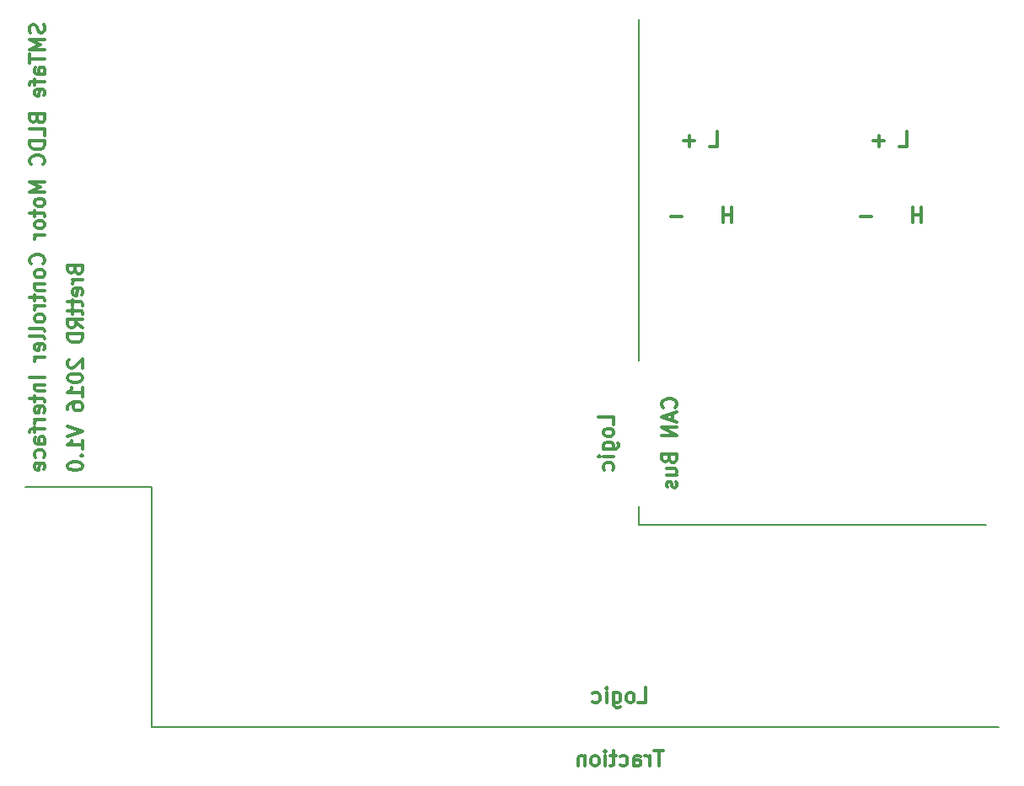
<source format=gbr>
G04 #@! TF.FileFunction,Legend,Bot*
%FSLAX46Y46*%
G04 Gerber Fmt 4.6, Leading zero omitted, Abs format (unit mm)*
G04 Created by KiCad (PCBNEW 4.0.3+e1-6302~38~ubuntu15.10.1-stable) date Thu Nov 17 04:51:28 2016*
%MOMM*%
%LPD*%
G01*
G04 APERTURE LIST*
%ADD10C,0.200000*%
%ADD11C,0.300000*%
G04 APERTURE END LIST*
D10*
D11*
X108527143Y-135893571D02*
X107670000Y-135893571D01*
X108098571Y-137393571D02*
X108098571Y-135893571D01*
X107170000Y-137393571D02*
X107170000Y-136393571D01*
X107170000Y-136679286D02*
X107098572Y-136536429D01*
X107027143Y-136465000D01*
X106884286Y-136393571D01*
X106741429Y-136393571D01*
X105598572Y-137393571D02*
X105598572Y-136607857D01*
X105670001Y-136465000D01*
X105812858Y-136393571D01*
X106098572Y-136393571D01*
X106241429Y-136465000D01*
X105598572Y-137322143D02*
X105741429Y-137393571D01*
X106098572Y-137393571D01*
X106241429Y-137322143D01*
X106312858Y-137179286D01*
X106312858Y-137036429D01*
X106241429Y-136893571D01*
X106098572Y-136822143D01*
X105741429Y-136822143D01*
X105598572Y-136750714D01*
X104241429Y-137322143D02*
X104384286Y-137393571D01*
X104670000Y-137393571D01*
X104812858Y-137322143D01*
X104884286Y-137250714D01*
X104955715Y-137107857D01*
X104955715Y-136679286D01*
X104884286Y-136536429D01*
X104812858Y-136465000D01*
X104670000Y-136393571D01*
X104384286Y-136393571D01*
X104241429Y-136465000D01*
X103812858Y-136393571D02*
X103241429Y-136393571D01*
X103598572Y-135893571D02*
X103598572Y-137179286D01*
X103527144Y-137322143D01*
X103384286Y-137393571D01*
X103241429Y-137393571D01*
X102741429Y-137393571D02*
X102741429Y-136393571D01*
X102741429Y-135893571D02*
X102812858Y-135965000D01*
X102741429Y-136036429D01*
X102670001Y-135965000D01*
X102741429Y-135893571D01*
X102741429Y-136036429D01*
X101812857Y-137393571D02*
X101955715Y-137322143D01*
X102027143Y-137250714D01*
X102098572Y-137107857D01*
X102098572Y-136679286D01*
X102027143Y-136536429D01*
X101955715Y-136465000D01*
X101812857Y-136393571D01*
X101598572Y-136393571D01*
X101455715Y-136465000D01*
X101384286Y-136536429D01*
X101312857Y-136679286D01*
X101312857Y-137107857D01*
X101384286Y-137250714D01*
X101455715Y-137322143D01*
X101598572Y-137393571D01*
X101812857Y-137393571D01*
X100670000Y-136393571D02*
X100670000Y-137393571D01*
X100670000Y-136536429D02*
X100598572Y-136465000D01*
X100455714Y-136393571D01*
X100241429Y-136393571D01*
X100098572Y-136465000D01*
X100027143Y-136607857D01*
X100027143Y-137393571D01*
X106062857Y-131043571D02*
X106777143Y-131043571D01*
X106777143Y-129543571D01*
X105348571Y-131043571D02*
X105491429Y-130972143D01*
X105562857Y-130900714D01*
X105634286Y-130757857D01*
X105634286Y-130329286D01*
X105562857Y-130186429D01*
X105491429Y-130115000D01*
X105348571Y-130043571D01*
X105134286Y-130043571D01*
X104991429Y-130115000D01*
X104920000Y-130186429D01*
X104848571Y-130329286D01*
X104848571Y-130757857D01*
X104920000Y-130900714D01*
X104991429Y-130972143D01*
X105134286Y-131043571D01*
X105348571Y-131043571D01*
X103562857Y-130043571D02*
X103562857Y-131257857D01*
X103634286Y-131400714D01*
X103705714Y-131472143D01*
X103848571Y-131543571D01*
X104062857Y-131543571D01*
X104205714Y-131472143D01*
X103562857Y-130972143D02*
X103705714Y-131043571D01*
X103991428Y-131043571D01*
X104134286Y-130972143D01*
X104205714Y-130900714D01*
X104277143Y-130757857D01*
X104277143Y-130329286D01*
X104205714Y-130186429D01*
X104134286Y-130115000D01*
X103991428Y-130043571D01*
X103705714Y-130043571D01*
X103562857Y-130115000D01*
X102848571Y-131043571D02*
X102848571Y-130043571D01*
X102848571Y-129543571D02*
X102920000Y-129615000D01*
X102848571Y-129686429D01*
X102777143Y-129615000D01*
X102848571Y-129543571D01*
X102848571Y-129686429D01*
X101491428Y-130972143D02*
X101634285Y-131043571D01*
X101919999Y-131043571D01*
X102062857Y-130972143D01*
X102134285Y-130900714D01*
X102205714Y-130757857D01*
X102205714Y-130329286D01*
X102134285Y-130186429D01*
X102062857Y-130115000D01*
X101919999Y-130043571D01*
X101634285Y-130043571D01*
X101491428Y-130115000D01*
X103578571Y-103072143D02*
X103578571Y-102357857D01*
X102078571Y-102357857D01*
X103578571Y-103786429D02*
X103507143Y-103643571D01*
X103435714Y-103572143D01*
X103292857Y-103500714D01*
X102864286Y-103500714D01*
X102721429Y-103572143D01*
X102650000Y-103643571D01*
X102578571Y-103786429D01*
X102578571Y-104000714D01*
X102650000Y-104143571D01*
X102721429Y-104215000D01*
X102864286Y-104286429D01*
X103292857Y-104286429D01*
X103435714Y-104215000D01*
X103507143Y-104143571D01*
X103578571Y-104000714D01*
X103578571Y-103786429D01*
X102578571Y-105572143D02*
X103792857Y-105572143D01*
X103935714Y-105500714D01*
X104007143Y-105429286D01*
X104078571Y-105286429D01*
X104078571Y-105072143D01*
X104007143Y-104929286D01*
X103507143Y-105572143D02*
X103578571Y-105429286D01*
X103578571Y-105143572D01*
X103507143Y-105000714D01*
X103435714Y-104929286D01*
X103292857Y-104857857D01*
X102864286Y-104857857D01*
X102721429Y-104929286D01*
X102650000Y-105000714D01*
X102578571Y-105143572D01*
X102578571Y-105429286D01*
X102650000Y-105572143D01*
X103578571Y-106286429D02*
X102578571Y-106286429D01*
X102078571Y-106286429D02*
X102150000Y-106215000D01*
X102221429Y-106286429D01*
X102150000Y-106357857D01*
X102078571Y-106286429D01*
X102221429Y-106286429D01*
X103507143Y-107643572D02*
X103578571Y-107500715D01*
X103578571Y-107215001D01*
X103507143Y-107072143D01*
X103435714Y-107000715D01*
X103292857Y-106929286D01*
X102864286Y-106929286D01*
X102721429Y-107000715D01*
X102650000Y-107072143D01*
X102578571Y-107215001D01*
X102578571Y-107500715D01*
X102650000Y-107643572D01*
X109785714Y-101393572D02*
X109857143Y-101322143D01*
X109928571Y-101107857D01*
X109928571Y-100965000D01*
X109857143Y-100750715D01*
X109714286Y-100607857D01*
X109571429Y-100536429D01*
X109285714Y-100465000D01*
X109071429Y-100465000D01*
X108785714Y-100536429D01*
X108642857Y-100607857D01*
X108500000Y-100750715D01*
X108428571Y-100965000D01*
X108428571Y-101107857D01*
X108500000Y-101322143D01*
X108571429Y-101393572D01*
X109500000Y-101965000D02*
X109500000Y-102679286D01*
X109928571Y-101822143D02*
X108428571Y-102322143D01*
X109928571Y-102822143D01*
X109928571Y-103322143D02*
X108428571Y-103322143D01*
X109928571Y-104179286D01*
X108428571Y-104179286D01*
X109142857Y-106536429D02*
X109214286Y-106750715D01*
X109285714Y-106822143D01*
X109428571Y-106893572D01*
X109642857Y-106893572D01*
X109785714Y-106822143D01*
X109857143Y-106750715D01*
X109928571Y-106607857D01*
X109928571Y-106036429D01*
X108428571Y-106036429D01*
X108428571Y-106536429D01*
X108500000Y-106679286D01*
X108571429Y-106750715D01*
X108714286Y-106822143D01*
X108857143Y-106822143D01*
X109000000Y-106750715D01*
X109071429Y-106679286D01*
X109142857Y-106536429D01*
X109142857Y-106036429D01*
X108928571Y-108179286D02*
X109928571Y-108179286D01*
X108928571Y-107536429D02*
X109714286Y-107536429D01*
X109857143Y-107607857D01*
X109928571Y-107750715D01*
X109928571Y-107965000D01*
X109857143Y-108107857D01*
X109785714Y-108179286D01*
X109857143Y-108822143D02*
X109928571Y-108965000D01*
X109928571Y-109250715D01*
X109857143Y-109393572D01*
X109714286Y-109465000D01*
X109642857Y-109465000D01*
X109500000Y-109393572D01*
X109428571Y-109250715D01*
X109428571Y-109036429D01*
X109357143Y-108893572D01*
X109214286Y-108822143D01*
X109142857Y-108822143D01*
X109000000Y-108893572D01*
X108928571Y-109036429D01*
X108928571Y-109250715D01*
X109000000Y-109393572D01*
D10*
X106075000Y-113220000D02*
X141000000Y-113220000D01*
X106075000Y-111315000D02*
X106075000Y-113220000D01*
X106075000Y-62420000D02*
X106075000Y-96710000D01*
D11*
X132280714Y-75163571D02*
X132995000Y-75163571D01*
X132995000Y-73663571D01*
X130776428Y-74592143D02*
X129633571Y-74592143D01*
X130205000Y-75163571D02*
X130205000Y-74020714D01*
X129506428Y-82212143D02*
X128363571Y-82212143D01*
X134443571Y-82783571D02*
X134443571Y-81283571D01*
X134443571Y-81997857D02*
X133586428Y-81997857D01*
X133586428Y-82783571D02*
X133586428Y-81283571D01*
X110456428Y-82212143D02*
X109313571Y-82212143D01*
X111726428Y-74592143D02*
X110583571Y-74592143D01*
X111155000Y-75163571D02*
X111155000Y-74020714D01*
X113230714Y-75163571D02*
X113945000Y-75163571D01*
X113945000Y-73663571D01*
X115393571Y-82783571D02*
X115393571Y-81283571D01*
X115393571Y-81997857D02*
X114536428Y-81997857D01*
X114536428Y-82783571D02*
X114536428Y-81283571D01*
X46357143Y-62887144D02*
X46428571Y-63101430D01*
X46428571Y-63458573D01*
X46357143Y-63601430D01*
X46285714Y-63672859D01*
X46142857Y-63744287D01*
X46000000Y-63744287D01*
X45857143Y-63672859D01*
X45785714Y-63601430D01*
X45714286Y-63458573D01*
X45642857Y-63172859D01*
X45571429Y-63030001D01*
X45500000Y-62958573D01*
X45357143Y-62887144D01*
X45214286Y-62887144D01*
X45071429Y-62958573D01*
X45000000Y-63030001D01*
X44928571Y-63172859D01*
X44928571Y-63530001D01*
X45000000Y-63744287D01*
X46428571Y-64387144D02*
X44928571Y-64387144D01*
X46000000Y-64887144D01*
X44928571Y-65387144D01*
X46428571Y-65387144D01*
X44928571Y-65887144D02*
X44928571Y-66744287D01*
X46428571Y-66315716D02*
X44928571Y-66315716D01*
X46428571Y-67887144D02*
X45642857Y-67887144D01*
X45500000Y-67815715D01*
X45428571Y-67672858D01*
X45428571Y-67387144D01*
X45500000Y-67244287D01*
X46357143Y-67887144D02*
X46428571Y-67744287D01*
X46428571Y-67387144D01*
X46357143Y-67244287D01*
X46214286Y-67172858D01*
X46071429Y-67172858D01*
X45928571Y-67244287D01*
X45857143Y-67387144D01*
X45857143Y-67744287D01*
X45785714Y-67887144D01*
X45428571Y-68387144D02*
X45428571Y-68958573D01*
X46428571Y-68601430D02*
X45142857Y-68601430D01*
X45000000Y-68672858D01*
X44928571Y-68815716D01*
X44928571Y-68958573D01*
X46357143Y-70030001D02*
X46428571Y-69887144D01*
X46428571Y-69601430D01*
X46357143Y-69458573D01*
X46214286Y-69387144D01*
X45642857Y-69387144D01*
X45500000Y-69458573D01*
X45428571Y-69601430D01*
X45428571Y-69887144D01*
X45500000Y-70030001D01*
X45642857Y-70101430D01*
X45785714Y-70101430D01*
X45928571Y-69387144D01*
X45642857Y-72387144D02*
X45714286Y-72601430D01*
X45785714Y-72672858D01*
X45928571Y-72744287D01*
X46142857Y-72744287D01*
X46285714Y-72672858D01*
X46357143Y-72601430D01*
X46428571Y-72458572D01*
X46428571Y-71887144D01*
X44928571Y-71887144D01*
X44928571Y-72387144D01*
X45000000Y-72530001D01*
X45071429Y-72601430D01*
X45214286Y-72672858D01*
X45357143Y-72672858D01*
X45500000Y-72601430D01*
X45571429Y-72530001D01*
X45642857Y-72387144D01*
X45642857Y-71887144D01*
X46428571Y-74101430D02*
X46428571Y-73387144D01*
X44928571Y-73387144D01*
X46428571Y-74601430D02*
X44928571Y-74601430D01*
X44928571Y-74958573D01*
X45000000Y-75172858D01*
X45142857Y-75315716D01*
X45285714Y-75387144D01*
X45571429Y-75458573D01*
X45785714Y-75458573D01*
X46071429Y-75387144D01*
X46214286Y-75315716D01*
X46357143Y-75172858D01*
X46428571Y-74958573D01*
X46428571Y-74601430D01*
X46285714Y-76958573D02*
X46357143Y-76887144D01*
X46428571Y-76672858D01*
X46428571Y-76530001D01*
X46357143Y-76315716D01*
X46214286Y-76172858D01*
X46071429Y-76101430D01*
X45785714Y-76030001D01*
X45571429Y-76030001D01*
X45285714Y-76101430D01*
X45142857Y-76172858D01*
X45000000Y-76315716D01*
X44928571Y-76530001D01*
X44928571Y-76672858D01*
X45000000Y-76887144D01*
X45071429Y-76958573D01*
X46428571Y-78744287D02*
X44928571Y-78744287D01*
X46000000Y-79244287D01*
X44928571Y-79744287D01*
X46428571Y-79744287D01*
X46428571Y-80672859D02*
X46357143Y-80530001D01*
X46285714Y-80458573D01*
X46142857Y-80387144D01*
X45714286Y-80387144D01*
X45571429Y-80458573D01*
X45500000Y-80530001D01*
X45428571Y-80672859D01*
X45428571Y-80887144D01*
X45500000Y-81030001D01*
X45571429Y-81101430D01*
X45714286Y-81172859D01*
X46142857Y-81172859D01*
X46285714Y-81101430D01*
X46357143Y-81030001D01*
X46428571Y-80887144D01*
X46428571Y-80672859D01*
X45428571Y-81601430D02*
X45428571Y-82172859D01*
X44928571Y-81815716D02*
X46214286Y-81815716D01*
X46357143Y-81887144D01*
X46428571Y-82030002D01*
X46428571Y-82172859D01*
X46428571Y-82887145D02*
X46357143Y-82744287D01*
X46285714Y-82672859D01*
X46142857Y-82601430D01*
X45714286Y-82601430D01*
X45571429Y-82672859D01*
X45500000Y-82744287D01*
X45428571Y-82887145D01*
X45428571Y-83101430D01*
X45500000Y-83244287D01*
X45571429Y-83315716D01*
X45714286Y-83387145D01*
X46142857Y-83387145D01*
X46285714Y-83315716D01*
X46357143Y-83244287D01*
X46428571Y-83101430D01*
X46428571Y-82887145D01*
X46428571Y-84030002D02*
X45428571Y-84030002D01*
X45714286Y-84030002D02*
X45571429Y-84101430D01*
X45500000Y-84172859D01*
X45428571Y-84315716D01*
X45428571Y-84458573D01*
X46285714Y-86958573D02*
X46357143Y-86887144D01*
X46428571Y-86672858D01*
X46428571Y-86530001D01*
X46357143Y-86315716D01*
X46214286Y-86172858D01*
X46071429Y-86101430D01*
X45785714Y-86030001D01*
X45571429Y-86030001D01*
X45285714Y-86101430D01*
X45142857Y-86172858D01*
X45000000Y-86315716D01*
X44928571Y-86530001D01*
X44928571Y-86672858D01*
X45000000Y-86887144D01*
X45071429Y-86958573D01*
X46428571Y-87815716D02*
X46357143Y-87672858D01*
X46285714Y-87601430D01*
X46142857Y-87530001D01*
X45714286Y-87530001D01*
X45571429Y-87601430D01*
X45500000Y-87672858D01*
X45428571Y-87815716D01*
X45428571Y-88030001D01*
X45500000Y-88172858D01*
X45571429Y-88244287D01*
X45714286Y-88315716D01*
X46142857Y-88315716D01*
X46285714Y-88244287D01*
X46357143Y-88172858D01*
X46428571Y-88030001D01*
X46428571Y-87815716D01*
X45428571Y-88958573D02*
X46428571Y-88958573D01*
X45571429Y-88958573D02*
X45500000Y-89030001D01*
X45428571Y-89172859D01*
X45428571Y-89387144D01*
X45500000Y-89530001D01*
X45642857Y-89601430D01*
X46428571Y-89601430D01*
X45428571Y-90101430D02*
X45428571Y-90672859D01*
X44928571Y-90315716D02*
X46214286Y-90315716D01*
X46357143Y-90387144D01*
X46428571Y-90530002D01*
X46428571Y-90672859D01*
X46428571Y-91172859D02*
X45428571Y-91172859D01*
X45714286Y-91172859D02*
X45571429Y-91244287D01*
X45500000Y-91315716D01*
X45428571Y-91458573D01*
X45428571Y-91601430D01*
X46428571Y-92315716D02*
X46357143Y-92172858D01*
X46285714Y-92101430D01*
X46142857Y-92030001D01*
X45714286Y-92030001D01*
X45571429Y-92101430D01*
X45500000Y-92172858D01*
X45428571Y-92315716D01*
X45428571Y-92530001D01*
X45500000Y-92672858D01*
X45571429Y-92744287D01*
X45714286Y-92815716D01*
X46142857Y-92815716D01*
X46285714Y-92744287D01*
X46357143Y-92672858D01*
X46428571Y-92530001D01*
X46428571Y-92315716D01*
X46428571Y-93672859D02*
X46357143Y-93530001D01*
X46214286Y-93458573D01*
X44928571Y-93458573D01*
X46428571Y-94458573D02*
X46357143Y-94315715D01*
X46214286Y-94244287D01*
X44928571Y-94244287D01*
X46357143Y-95601429D02*
X46428571Y-95458572D01*
X46428571Y-95172858D01*
X46357143Y-95030001D01*
X46214286Y-94958572D01*
X45642857Y-94958572D01*
X45500000Y-95030001D01*
X45428571Y-95172858D01*
X45428571Y-95458572D01*
X45500000Y-95601429D01*
X45642857Y-95672858D01*
X45785714Y-95672858D01*
X45928571Y-94958572D01*
X46428571Y-96315715D02*
X45428571Y-96315715D01*
X45714286Y-96315715D02*
X45571429Y-96387143D01*
X45500000Y-96458572D01*
X45428571Y-96601429D01*
X45428571Y-96744286D01*
X46428571Y-98387143D02*
X44928571Y-98387143D01*
X45428571Y-99101429D02*
X46428571Y-99101429D01*
X45571429Y-99101429D02*
X45500000Y-99172857D01*
X45428571Y-99315715D01*
X45428571Y-99530000D01*
X45500000Y-99672857D01*
X45642857Y-99744286D01*
X46428571Y-99744286D01*
X45428571Y-100244286D02*
X45428571Y-100815715D01*
X44928571Y-100458572D02*
X46214286Y-100458572D01*
X46357143Y-100530000D01*
X46428571Y-100672858D01*
X46428571Y-100815715D01*
X46357143Y-101887143D02*
X46428571Y-101744286D01*
X46428571Y-101458572D01*
X46357143Y-101315715D01*
X46214286Y-101244286D01*
X45642857Y-101244286D01*
X45500000Y-101315715D01*
X45428571Y-101458572D01*
X45428571Y-101744286D01*
X45500000Y-101887143D01*
X45642857Y-101958572D01*
X45785714Y-101958572D01*
X45928571Y-101244286D01*
X46428571Y-102601429D02*
X45428571Y-102601429D01*
X45714286Y-102601429D02*
X45571429Y-102672857D01*
X45500000Y-102744286D01*
X45428571Y-102887143D01*
X45428571Y-103030000D01*
X45428571Y-103315714D02*
X45428571Y-103887143D01*
X46428571Y-103530000D02*
X45142857Y-103530000D01*
X45000000Y-103601428D01*
X44928571Y-103744286D01*
X44928571Y-103887143D01*
X46428571Y-105030000D02*
X45642857Y-105030000D01*
X45500000Y-104958571D01*
X45428571Y-104815714D01*
X45428571Y-104530000D01*
X45500000Y-104387143D01*
X46357143Y-105030000D02*
X46428571Y-104887143D01*
X46428571Y-104530000D01*
X46357143Y-104387143D01*
X46214286Y-104315714D01*
X46071429Y-104315714D01*
X45928571Y-104387143D01*
X45857143Y-104530000D01*
X45857143Y-104887143D01*
X45785714Y-105030000D01*
X46357143Y-106387143D02*
X46428571Y-106244286D01*
X46428571Y-105958572D01*
X46357143Y-105815714D01*
X46285714Y-105744286D01*
X46142857Y-105672857D01*
X45714286Y-105672857D01*
X45571429Y-105744286D01*
X45500000Y-105815714D01*
X45428571Y-105958572D01*
X45428571Y-106244286D01*
X45500000Y-106387143D01*
X46357143Y-107601428D02*
X46428571Y-107458571D01*
X46428571Y-107172857D01*
X46357143Y-107030000D01*
X46214286Y-106958571D01*
X45642857Y-106958571D01*
X45500000Y-107030000D01*
X45428571Y-107172857D01*
X45428571Y-107458571D01*
X45500000Y-107601428D01*
X45642857Y-107672857D01*
X45785714Y-107672857D01*
X45928571Y-106958571D01*
X49452857Y-87559288D02*
X49524286Y-87773574D01*
X49595714Y-87845002D01*
X49738571Y-87916431D01*
X49952857Y-87916431D01*
X50095714Y-87845002D01*
X50167143Y-87773574D01*
X50238571Y-87630716D01*
X50238571Y-87059288D01*
X48738571Y-87059288D01*
X48738571Y-87559288D01*
X48810000Y-87702145D01*
X48881429Y-87773574D01*
X49024286Y-87845002D01*
X49167143Y-87845002D01*
X49310000Y-87773574D01*
X49381429Y-87702145D01*
X49452857Y-87559288D01*
X49452857Y-87059288D01*
X50238571Y-88559288D02*
X49238571Y-88559288D01*
X49524286Y-88559288D02*
X49381429Y-88630716D01*
X49310000Y-88702145D01*
X49238571Y-88845002D01*
X49238571Y-88987859D01*
X50167143Y-90059287D02*
X50238571Y-89916430D01*
X50238571Y-89630716D01*
X50167143Y-89487859D01*
X50024286Y-89416430D01*
X49452857Y-89416430D01*
X49310000Y-89487859D01*
X49238571Y-89630716D01*
X49238571Y-89916430D01*
X49310000Y-90059287D01*
X49452857Y-90130716D01*
X49595714Y-90130716D01*
X49738571Y-89416430D01*
X49238571Y-90559287D02*
X49238571Y-91130716D01*
X48738571Y-90773573D02*
X50024286Y-90773573D01*
X50167143Y-90845001D01*
X50238571Y-90987859D01*
X50238571Y-91130716D01*
X49238571Y-91416430D02*
X49238571Y-91987859D01*
X48738571Y-91630716D02*
X50024286Y-91630716D01*
X50167143Y-91702144D01*
X50238571Y-91845002D01*
X50238571Y-91987859D01*
X50238571Y-93345002D02*
X49524286Y-92845002D01*
X50238571Y-92487859D02*
X48738571Y-92487859D01*
X48738571Y-93059287D01*
X48810000Y-93202145D01*
X48881429Y-93273573D01*
X49024286Y-93345002D01*
X49238571Y-93345002D01*
X49381429Y-93273573D01*
X49452857Y-93202145D01*
X49524286Y-93059287D01*
X49524286Y-92487859D01*
X50238571Y-93987859D02*
X48738571Y-93987859D01*
X48738571Y-94345002D01*
X48810000Y-94559287D01*
X48952857Y-94702145D01*
X49095714Y-94773573D01*
X49381429Y-94845002D01*
X49595714Y-94845002D01*
X49881429Y-94773573D01*
X50024286Y-94702145D01*
X50167143Y-94559287D01*
X50238571Y-94345002D01*
X50238571Y-93987859D01*
X48881429Y-96559287D02*
X48810000Y-96630716D01*
X48738571Y-96773573D01*
X48738571Y-97130716D01*
X48810000Y-97273573D01*
X48881429Y-97345002D01*
X49024286Y-97416430D01*
X49167143Y-97416430D01*
X49381429Y-97345002D01*
X50238571Y-96487859D01*
X50238571Y-97416430D01*
X48738571Y-98345001D02*
X48738571Y-98487858D01*
X48810000Y-98630715D01*
X48881429Y-98702144D01*
X49024286Y-98773573D01*
X49310000Y-98845001D01*
X49667143Y-98845001D01*
X49952857Y-98773573D01*
X50095714Y-98702144D01*
X50167143Y-98630715D01*
X50238571Y-98487858D01*
X50238571Y-98345001D01*
X50167143Y-98202144D01*
X50095714Y-98130715D01*
X49952857Y-98059287D01*
X49667143Y-97987858D01*
X49310000Y-97987858D01*
X49024286Y-98059287D01*
X48881429Y-98130715D01*
X48810000Y-98202144D01*
X48738571Y-98345001D01*
X50238571Y-100273572D02*
X50238571Y-99416429D01*
X50238571Y-99845001D02*
X48738571Y-99845001D01*
X48952857Y-99702144D01*
X49095714Y-99559286D01*
X49167143Y-99416429D01*
X48738571Y-101559286D02*
X48738571Y-101273572D01*
X48810000Y-101130715D01*
X48881429Y-101059286D01*
X49095714Y-100916429D01*
X49381429Y-100845000D01*
X49952857Y-100845000D01*
X50095714Y-100916429D01*
X50167143Y-100987857D01*
X50238571Y-101130715D01*
X50238571Y-101416429D01*
X50167143Y-101559286D01*
X50095714Y-101630715D01*
X49952857Y-101702143D01*
X49595714Y-101702143D01*
X49452857Y-101630715D01*
X49381429Y-101559286D01*
X49310000Y-101416429D01*
X49310000Y-101130715D01*
X49381429Y-100987857D01*
X49452857Y-100916429D01*
X49595714Y-100845000D01*
X48738571Y-103273571D02*
X50238571Y-103773571D01*
X48738571Y-104273571D01*
X50238571Y-105559285D02*
X50238571Y-104702142D01*
X50238571Y-105130714D02*
X48738571Y-105130714D01*
X48952857Y-104987857D01*
X49095714Y-104844999D01*
X49167143Y-104702142D01*
X50095714Y-106202142D02*
X50167143Y-106273570D01*
X50238571Y-106202142D01*
X50167143Y-106130713D01*
X50095714Y-106202142D01*
X50238571Y-106202142D01*
X48738571Y-107202142D02*
X48738571Y-107344999D01*
X48810000Y-107487856D01*
X48881429Y-107559285D01*
X49024286Y-107630714D01*
X49310000Y-107702142D01*
X49667143Y-107702142D01*
X49952857Y-107630714D01*
X50095714Y-107559285D01*
X50167143Y-107487856D01*
X50238571Y-107344999D01*
X50238571Y-107202142D01*
X50167143Y-107059285D01*
X50095714Y-106987856D01*
X49952857Y-106916428D01*
X49667143Y-106844999D01*
X49310000Y-106844999D01*
X49024286Y-106916428D01*
X48881429Y-106987856D01*
X48810000Y-107059285D01*
X48738571Y-107202142D01*
D10*
X57180000Y-133540000D02*
X142270000Y-133540000D01*
X57180000Y-109410000D02*
X44480000Y-109410000D01*
X57180000Y-109410000D02*
X57180000Y-133540000D01*
M02*

</source>
